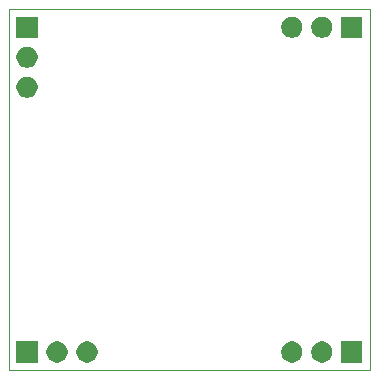
<source format=gbr>
G04 #@! TF.GenerationSoftware,KiCad,Pcbnew,(5.1.5)-3*
G04 #@! TF.CreationDate,2020-04-01T23:32:00-03:00*
G04 #@! TF.ProjectId,LDDH200324A,4c444448-3230-4303-9332-34412e6b6963,rev?*
G04 #@! TF.SameCoordinates,Original*
G04 #@! TF.FileFunction,Soldermask,Bot*
G04 #@! TF.FilePolarity,Negative*
%FSLAX45Y45*%
G04 Gerber Fmt 4.5, Leading zero omitted, Abs format (unit mm)*
G04 Created by KiCad (PCBNEW (5.1.5)-3) date 2020-04-01 23:32:00*
%MOMM*%
%LPD*%
G04 APERTURE LIST*
%ADD10C,0.050000*%
%ADD11C,0.100000*%
G04 APERTURE END LIST*
D10*
X16306000Y-8549000D02*
X13256000Y-8549000D01*
X13256000Y-8549000D02*
X13256000Y-11599000D01*
X16306000Y-11599000D02*
X16306000Y-8549000D01*
X13256000Y-11599000D02*
X16306000Y-11599000D01*
D11*
G36*
X15913351Y-11359393D02*
G01*
X15928281Y-11362362D01*
X15944678Y-11369154D01*
X15959435Y-11379015D01*
X15971985Y-11391565D01*
X15981846Y-11406322D01*
X15988638Y-11422719D01*
X15992100Y-11440126D01*
X15992100Y-11457874D01*
X15988638Y-11475281D01*
X15981846Y-11491678D01*
X15971985Y-11506435D01*
X15959435Y-11518985D01*
X15944678Y-11528846D01*
X15928281Y-11535638D01*
X15913351Y-11538607D01*
X15910874Y-11539100D01*
X15893126Y-11539100D01*
X15890649Y-11538607D01*
X15875719Y-11535638D01*
X15859322Y-11528846D01*
X15844565Y-11518985D01*
X15832015Y-11506435D01*
X15822154Y-11491678D01*
X15815362Y-11475281D01*
X15811900Y-11457874D01*
X15811900Y-11440126D01*
X15815362Y-11422719D01*
X15822154Y-11406322D01*
X15832015Y-11391565D01*
X15844565Y-11379015D01*
X15859322Y-11369154D01*
X15875719Y-11362362D01*
X15890649Y-11359393D01*
X15893126Y-11358900D01*
X15910874Y-11358900D01*
X15913351Y-11359393D01*
G37*
G36*
X16246100Y-11539100D02*
G01*
X16065900Y-11539100D01*
X16065900Y-11358900D01*
X16246100Y-11358900D01*
X16246100Y-11539100D01*
G37*
G36*
X15659351Y-11359393D02*
G01*
X15674281Y-11362362D01*
X15690678Y-11369154D01*
X15705435Y-11379015D01*
X15717985Y-11391565D01*
X15727846Y-11406322D01*
X15734638Y-11422719D01*
X15738100Y-11440126D01*
X15738100Y-11457874D01*
X15734638Y-11475281D01*
X15727846Y-11491678D01*
X15717985Y-11506435D01*
X15705435Y-11518985D01*
X15690678Y-11528846D01*
X15674281Y-11535638D01*
X15659351Y-11538607D01*
X15656874Y-11539100D01*
X15639126Y-11539100D01*
X15636649Y-11538607D01*
X15621719Y-11535638D01*
X15605322Y-11528846D01*
X15590565Y-11518985D01*
X15578015Y-11506435D01*
X15568154Y-11491678D01*
X15561362Y-11475281D01*
X15557900Y-11457874D01*
X15557900Y-11440126D01*
X15561362Y-11422719D01*
X15568154Y-11406322D01*
X15578015Y-11391565D01*
X15590565Y-11379015D01*
X15605322Y-11369154D01*
X15621719Y-11362362D01*
X15636649Y-11359393D01*
X15639126Y-11358900D01*
X15656874Y-11358900D01*
X15659351Y-11359393D01*
G37*
G36*
X13496100Y-11539100D02*
G01*
X13315900Y-11539100D01*
X13315900Y-11358900D01*
X13496100Y-11358900D01*
X13496100Y-11539100D01*
G37*
G36*
X13671351Y-11359393D02*
G01*
X13686281Y-11362362D01*
X13702678Y-11369154D01*
X13717435Y-11379015D01*
X13729985Y-11391565D01*
X13739846Y-11406322D01*
X13746638Y-11422719D01*
X13750100Y-11440126D01*
X13750100Y-11457874D01*
X13746638Y-11475281D01*
X13739846Y-11491678D01*
X13729985Y-11506435D01*
X13717435Y-11518985D01*
X13702678Y-11528846D01*
X13686281Y-11535638D01*
X13671351Y-11538607D01*
X13668874Y-11539100D01*
X13651126Y-11539100D01*
X13648649Y-11538607D01*
X13633719Y-11535638D01*
X13617322Y-11528846D01*
X13602565Y-11518985D01*
X13590015Y-11506435D01*
X13580154Y-11491678D01*
X13573362Y-11475281D01*
X13569900Y-11457874D01*
X13569900Y-11440126D01*
X13573362Y-11422719D01*
X13580154Y-11406322D01*
X13590015Y-11391565D01*
X13602565Y-11379015D01*
X13617322Y-11369154D01*
X13633719Y-11362362D01*
X13648649Y-11359393D01*
X13651126Y-11358900D01*
X13668874Y-11358900D01*
X13671351Y-11359393D01*
G37*
G36*
X13925351Y-11359393D02*
G01*
X13940281Y-11362362D01*
X13956678Y-11369154D01*
X13971435Y-11379015D01*
X13983985Y-11391565D01*
X13993846Y-11406322D01*
X14000638Y-11422719D01*
X14004100Y-11440126D01*
X14004100Y-11457874D01*
X14000638Y-11475281D01*
X13993846Y-11491678D01*
X13983985Y-11506435D01*
X13971435Y-11518985D01*
X13956678Y-11528846D01*
X13940281Y-11535638D01*
X13925351Y-11538607D01*
X13922874Y-11539100D01*
X13905126Y-11539100D01*
X13902649Y-11538607D01*
X13887719Y-11535638D01*
X13871322Y-11528846D01*
X13856565Y-11518985D01*
X13844015Y-11506435D01*
X13834154Y-11491678D01*
X13827362Y-11475281D01*
X13823900Y-11457874D01*
X13823900Y-11440126D01*
X13827362Y-11422719D01*
X13834154Y-11406322D01*
X13844015Y-11391565D01*
X13856565Y-11379015D01*
X13871322Y-11369154D01*
X13887719Y-11362362D01*
X13902649Y-11359393D01*
X13905126Y-11358900D01*
X13922874Y-11358900D01*
X13925351Y-11359393D01*
G37*
G36*
X13417351Y-9117393D02*
G01*
X13432281Y-9120362D01*
X13448678Y-9127154D01*
X13463435Y-9137015D01*
X13475985Y-9149565D01*
X13485846Y-9164322D01*
X13492638Y-9180719D01*
X13496100Y-9198126D01*
X13496100Y-9215874D01*
X13492638Y-9233281D01*
X13485846Y-9249678D01*
X13475985Y-9264435D01*
X13463435Y-9276985D01*
X13448678Y-9286846D01*
X13432281Y-9293638D01*
X13417351Y-9296607D01*
X13414874Y-9297100D01*
X13397126Y-9297100D01*
X13394649Y-9296607D01*
X13379719Y-9293638D01*
X13363322Y-9286846D01*
X13348565Y-9276985D01*
X13336015Y-9264435D01*
X13326154Y-9249678D01*
X13319362Y-9233281D01*
X13315900Y-9215874D01*
X13315900Y-9198126D01*
X13319362Y-9180719D01*
X13326154Y-9164322D01*
X13336015Y-9149565D01*
X13348565Y-9137015D01*
X13363322Y-9127154D01*
X13379719Y-9120362D01*
X13394649Y-9117393D01*
X13397126Y-9116900D01*
X13414874Y-9116900D01*
X13417351Y-9117393D01*
G37*
G36*
X13417351Y-8863393D02*
G01*
X13432281Y-8866362D01*
X13448678Y-8873154D01*
X13463435Y-8883015D01*
X13475985Y-8895565D01*
X13485846Y-8910322D01*
X13492638Y-8926719D01*
X13496100Y-8944126D01*
X13496100Y-8961874D01*
X13492638Y-8979281D01*
X13485846Y-8995678D01*
X13475985Y-9010435D01*
X13463435Y-9022985D01*
X13448678Y-9032846D01*
X13432281Y-9039638D01*
X13417351Y-9042607D01*
X13414874Y-9043100D01*
X13397126Y-9043100D01*
X13394649Y-9042607D01*
X13379719Y-9039638D01*
X13363322Y-9032846D01*
X13348565Y-9022985D01*
X13336015Y-9010435D01*
X13326154Y-8995678D01*
X13319362Y-8979281D01*
X13315900Y-8961874D01*
X13315900Y-8944126D01*
X13319362Y-8926719D01*
X13326154Y-8910322D01*
X13336015Y-8895565D01*
X13348565Y-8883015D01*
X13363322Y-8873154D01*
X13379719Y-8866362D01*
X13394649Y-8863393D01*
X13397126Y-8862900D01*
X13414874Y-8862900D01*
X13417351Y-8863393D01*
G37*
G36*
X13496100Y-8789100D02*
G01*
X13315900Y-8789100D01*
X13315900Y-8608900D01*
X13496100Y-8608900D01*
X13496100Y-8789100D01*
G37*
G36*
X16246100Y-8789100D02*
G01*
X16065900Y-8789100D01*
X16065900Y-8608900D01*
X16246100Y-8608900D01*
X16246100Y-8789100D01*
G37*
G36*
X15913351Y-8609393D02*
G01*
X15928281Y-8612362D01*
X15944678Y-8619154D01*
X15959435Y-8629015D01*
X15971985Y-8641565D01*
X15981846Y-8656322D01*
X15988638Y-8672719D01*
X15992100Y-8690126D01*
X15992100Y-8707874D01*
X15988638Y-8725281D01*
X15981846Y-8741678D01*
X15971985Y-8756435D01*
X15959435Y-8768985D01*
X15944678Y-8778846D01*
X15928281Y-8785638D01*
X15913351Y-8788607D01*
X15910874Y-8789100D01*
X15893126Y-8789100D01*
X15890649Y-8788607D01*
X15875719Y-8785638D01*
X15859322Y-8778846D01*
X15844565Y-8768985D01*
X15832015Y-8756435D01*
X15822154Y-8741678D01*
X15815362Y-8725281D01*
X15811900Y-8707874D01*
X15811900Y-8690126D01*
X15815362Y-8672719D01*
X15822154Y-8656322D01*
X15832015Y-8641565D01*
X15844565Y-8629015D01*
X15859322Y-8619154D01*
X15875719Y-8612362D01*
X15890649Y-8609393D01*
X15893126Y-8608900D01*
X15910874Y-8608900D01*
X15913351Y-8609393D01*
G37*
G36*
X15659351Y-8609393D02*
G01*
X15674281Y-8612362D01*
X15690678Y-8619154D01*
X15705435Y-8629015D01*
X15717985Y-8641565D01*
X15727846Y-8656322D01*
X15734638Y-8672719D01*
X15738100Y-8690126D01*
X15738100Y-8707874D01*
X15734638Y-8725281D01*
X15727846Y-8741678D01*
X15717985Y-8756435D01*
X15705435Y-8768985D01*
X15690678Y-8778846D01*
X15674281Y-8785638D01*
X15659351Y-8788607D01*
X15656874Y-8789100D01*
X15639126Y-8789100D01*
X15636649Y-8788607D01*
X15621719Y-8785638D01*
X15605322Y-8778846D01*
X15590565Y-8768985D01*
X15578015Y-8756435D01*
X15568154Y-8741678D01*
X15561362Y-8725281D01*
X15557900Y-8707874D01*
X15557900Y-8690126D01*
X15561362Y-8672719D01*
X15568154Y-8656322D01*
X15578015Y-8641565D01*
X15590565Y-8629015D01*
X15605322Y-8619154D01*
X15621719Y-8612362D01*
X15636649Y-8609393D01*
X15639126Y-8608900D01*
X15656874Y-8608900D01*
X15659351Y-8609393D01*
G37*
M02*

</source>
